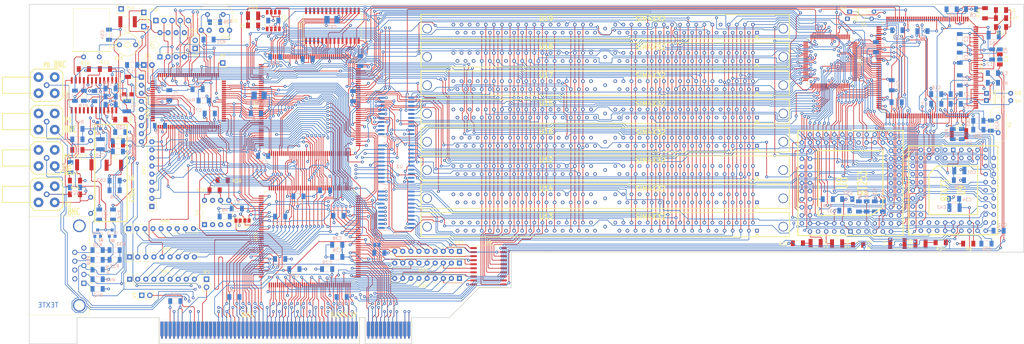
<source format=kicad_pcb>
(kicad_pcb (version 20211014) (generator pcbnew)

  (general
    (thickness 1.6002)
  )

  (paper "A3")
  (title_block
    (title "KiCad demo")
    (date "2015-10-14")
    (rev "1.A")
  )

  (layers
    (0 "F.Cu" signal "top_copper")
    (1 "In1.Cu" signal "GND_layer")
    (2 "In2.Cu" signal "VCC_layer")
    (31 "B.Cu" signal "bottom_copper")
    (32 "B.Adhes" user "B.Adhesive")
    (33 "F.Adhes" user "F.Adhesive")
    (34 "B.Paste" user)
    (35 "F.Paste" user)
    (36 "B.SilkS" user "B.Silkscreen")
    (37 "F.SilkS" user "F.Silkscreen")
    (38 "B.Mask" user)
    (39 "F.Mask" user)
    (40 "Dwgs.User" user "User.Drawings")
    (41 "Cmts.User" user "User.Comments")
    (42 "Eco1.User" user "User.Eco1")
    (43 "Eco2.User" user "User.Eco2")
    (44 "Edge.Cuts" user)
    (45 "Margin" user)
    (46 "B.CrtYd" user "B.Courtyard")
    (47 "F.CrtYd" user "F.Courtyard")
    (48 "B.Fab" user)
    (49 "F.Fab" user)
  )

  (setup
    (stackup
      (layer "F.SilkS" (type "Top Silk Screen") (color "White"))
      (layer "F.Paste" (type "Top Solder Paste"))
      (layer "F.Mask" (type "Top Solder Mask") (color "Green") (thickness 0.01))
      (layer "F.Cu" (type "copper") (thickness 0.035))
      (layer "dielectric 1" (type "core") (thickness 0.480066) (material "FR4") (epsilon_r 4.5) (loss_tangent 0.02))
      (layer "In1.Cu" (type "copper") (thickness 0.035))
      (layer "dielectric 2" (type "prepreg") (thickness 0.480066) (material "FR4") (epsilon_r 4.5) (loss_tangent 0.02))
      (layer "In2.Cu" (type "copper") (thickness 0.035))
      (layer "dielectric 3" (type "core") (thickness 0.480066) (material "FR4") (epsilon_r 4.5) (loss_tangent 0.02))
      (layer "B.Cu" (type "copper") (thickness 0.035))
      (layer "B.Mask" (type "Bottom Solder Mask") (color "Green") (thickness 0.01))
      (layer "B.Paste" (type "Bottom Solder Paste"))
      (layer "B.SilkS" (type "Bottom Silk Screen") (color "White"))
      (copper_finish "HAL lead-free")
      (dielectric_constraints no)
    )
    (pad_to_mask_clearance 0)
    (aux_axis_origin 40.9 173.1)
    (pcbplotparams
      (layerselection 0x00010fc_ffffffff)
      (disableapertmacros false)
      (usegerberextensions false)
      (usegerberattributes true)
      (usegerberadvancedattributes true)
      (creategerberjobfile true)
      (svguseinch false)
      (svgprecision 6)
      (excludeedgelayer false)
      (plotframeref false)
      (viasonmask false)
      (mode 1)
      (useauxorigin false)
      (hpglpennumber 1)
      (hpglpenspeed 20)
      (hpglpendiameter 15.000000)
      (dxfpolygonmode true)
      (dxfimperialunits true)
      (dxfusepcbnewfont true)
      (psnegative false)
      (psa4output false)
      (plotreference true)
      (plotvalue true)
      (plotinvisibletext false)
      (sketchpadsonfab false)
      (subtractmaskfromsilk false)
      (outputformat 1)
      (mirror false)
      (drillshape 0)
      (scaleselection 1)
      (outputdirectory "plots")
    )
  )

  (net 0 "")
  (net 1 "+12V")
  (net 2 "+3.3V")
  (net 3 "+5F")
  (net 4 "/ESVIDEO-RVB/OE_RVB-")
  (net 5 "/ESVIDEO-RVB/REF+")
  (net 6 "/ESVIDEO-RVB/VAA")
  (net 7 "/buspci.sch/EA1")
  (net 8 "/buspci.sch/EA10")
  (net 9 "/buspci.sch/EA11")
  (net 10 "/buspci.sch/EA12")
  (net 11 "/buspci.sch/EA13")
  (net 12 "/buspci.sch/EA14")
  (net 13 "/buspci.sch/EA15")
  (net 14 "/buspci.sch/EA2")
  (net 15 "/buspci.sch/EA3")
  (net 16 "/buspci.sch/EA4")
  (net 17 "/buspci.sch/EA5")
  (net 18 "/buspci.sch/EA6")
  (net 19 "/buspci.sch/EA7")
  (net 20 "/buspci.sch/EA9")
  (net 21 "/buspci.sch/EQ0")
  (net 22 "/buspci.sch/EQ1")
  (net 23 "/buspci.sch/EQ2")
  (net 24 "/buspci.sch/EQ3")
  (net 25 "/buspci.sch/EQ4")
  (net 26 "/buspci.sch/EQ5")
  (net 27 "/buspci.sch/EQ6")
  (net 28 "/buspci.sch/EQ7")
  (net 29 "/buspci.sch/P_AD0")
  (net 30 "/buspci.sch/P_AD1")
  (net 31 "/buspci.sch/P_AD10")
  (net 32 "/buspci.sch/P_AD11")
  (net 33 "/buspci.sch/P_AD12")
  (net 34 "/buspci.sch/P_AD13")
  (net 35 "/buspci.sch/P_AD14")
  (net 36 "/buspci.sch/P_AD15")
  (net 37 "/buspci.sch/P_AD16")
  (net 38 "/buspci.sch/P_AD17")
  (net 39 "/buspci.sch/P_AD18")
  (net 40 "/buspci.sch/P_AD19")
  (net 41 "/buspci.sch/P_AD2")
  (net 42 "/buspci.sch/P_AD20")
  (net 43 "/buspci.sch/P_AD21")
  (net 44 "/buspci.sch/P_AD22")
  (net 45 "/buspci.sch/P_AD23")
  (net 46 "/buspci.sch/P_AD24")
  (net 47 "/buspci.sch/P_AD25")
  (net 48 "/buspci.sch/P_AD26")
  (net 49 "/buspci.sch/P_AD27")
  (net 50 "/buspci.sch/P_AD28")
  (net 51 "/buspci.sch/P_AD29")
  (net 52 "/buspci.sch/P_AD3")
  (net 53 "/buspci.sch/P_AD30")
  (net 54 "/buspci.sch/P_AD31")
  (net 55 "/buspci.sch/P_AD4")
  (net 56 "/buspci.sch/P_AD5")
  (net 57 "/buspci.sch/P_AD6")
  (net 58 "/buspci.sch/P_AD7")
  (net 59 "/buspci.sch/P_AD8")
  (net 60 "/buspci.sch/P_AD9")
  (net 61 "unconnected-(BUS1-PadA1)")
  (net 62 "unconnected-(BUS1-PadA3)")
  (net 63 "unconnected-(BUS1-PadA7)")
  (net 64 "unconnected-(BUS1-PadA9)")
  (net 65 "/buspci.sch/P_CLK")
  (net 66 "/buspci.sch/P_DEVSEL#")
  (net 67 "/buspci.sch/P_FRAME#")
  (net 68 "/buspci.sch/P_GNT#")
  (net 69 "/buspci.sch/P_IDSEL")
  (net 70 "/buspci.sch/P_INTA#")
  (net 71 "/buspci.sch/P_IRDY#")
  (net 72 "/buspci.sch/P_LOCK#")
  (net 73 "/buspci.sch/P_PAR")
  (net 74 "/buspci.sch/P_PERR#")
  (net 75 "/buspci.sch/P_REQ#")
  (net 76 "/buspci.sch/P_RST#")
  (net 77 "/buspci.sch/P_SERR#")
  (net 78 "/buspci.sch/P_STOP#")
  (net 79 "/buspci.sch/P_TRDY#")
  (net 80 "/graphic/14MHZOUT")
  (net 81 "/graphic/CCLK")
  (net 82 "/graphic/CLK10MHz")
  (net 83 "/graphic/CSIO-")
  (net 84 "/graphic/DIN")
  (net 85 "/graphic/DONE")
  (net 86 "/graphic/HDOUT")
  (net 87 "/graphic/HDREFOUT")
  (net 88 "/graphic/IA0")
  (net 89 "/graphic/IA1")
  (net 90 "/graphic/IA2")
  (net 91 "/graphic/IA3")
  (net 92 "/graphic/IA4")
  (net 93 "/graphic/IA5")
  (net 94 "/graphic/IA6")
  (net 95 "/graphic/IA7")
  (net 96 "/graphic/IA8")
  (net 97 "/graphic/IA9")
  (net 98 "/graphic/ICAS-")
  (net 99 "/graphic/ID0")
  (net 100 "/graphic/ID1")
  (net 101 "/graphic/ID2")
  (net 102 "/graphic/ID3")
  (net 103 "/graphic/IOE-")
  (net 104 "/graphic/IRAS-")
  (net 105 "/graphic/IWR-")
  (net 106 "/graphic/LED")
  (net 107 "/graphic/PROG*")
  (net 108 "/graphic/RESERV1")
  (net 109 "/graphic/VOSC")
  (net 110 "/graphic/XTAL_I")
  (net 111 "/graphic/X_DIN")
  (net 112 "/modul/CHROM")
  (net 113 "/modul/CVBS")
  (net 114 "/modul/LUM")
  (net 115 "/pal-ntsc.sch/C-VIDEO")
  (net 116 "/pal-ntsc.sch/VAF")
  (net 117 "/pal-ntsc.sch/Y-VIDEO")
  (net 118 "/pal-ntsc.sch/Y_SYNC")
  (net 119 "GND")
  (net 120 "unconnected-(BUS1-PadA11)")
  (net 121 "unconnected-(BUS1-PadA14)")
  (net 122 "Net-(BUS1-PadA4)")
  (net 123 "unconnected-(BUS1-PadA19)")
  (net 124 "unconnected-(BUS1-PadA40)")
  (net 125 "Net-(BUS1-PadB9)")
  (net 126 "unconnected-(BUS1-PadA41)")
  (net 127 "Net-(BUS1-PadB11)")
  (net 128 "/buspci.sch/P_C{slash}BE0#")
  (net 129 "unconnected-(BUS1-PadA60)")
  (net 130 "unconnected-(BUS1-PadB1)")
  (net 131 "unconnected-(BUS1-PadB2)")
  (net 132 "unconnected-(BUS1-PadB7)")
  (net 133 "unconnected-(BUS1-PadB8)")
  (net 134 "unconnected-(BUS1-PadB10)")
  (net 135 "unconnected-(BUS1-PadB14)")
  (net 136 "/buspci.sch/P_C{slash}BE3#")
  (net 137 "/buspci.sch/P_C{slash}BE2#")
  (net 138 "/buspci.sch/P_C{slash}BE1#")
  (net 139 "unconnected-(BUS1-PadB60)")
  (net 140 "Net-(C1-Pad1)")
  (net 141 "Net-(C1-Pad2)")
  (net 142 "Net-(C3-Pad1)")
  (net 143 "Net-(C4-Pad1)")
  (net 144 "Net-(C5-Pad1)")
  (net 145 "Net-(C5-Pad2)")
  (net 146 "Net-(C6-Pad1)")
  (net 147 "Net-(C7-Pad1)")
  (net 148 "Net-(C8-Pad1)")
  (net 149 "Net-(C8-Pad2)")
  (net 150 "Net-(C16-Pad1)")
  (net 151 "Net-(C32-Pad2)")
  (net 152 "Net-(C34-Pad2)")
  (net 153 "Net-(C35-Pad2)")
  (net 154 "Net-(C36-Pad1)")
  (net 155 "Net-(C36-Pad2)")
  (net 156 "Net-(C39-Pad1)")
  (net 157 "Net-(C39-Pad2)")
  (net 158 "Net-(C40-Pad1)")
  (net 159 "Net-(C40-Pad2)")
  (net 160 "Net-(C41-Pad1)")
  (net 161 "Net-(C41-Pad2)")
  (net 162 "Net-(C43-Pad1)")
  (net 163 "Net-(C44-Pad1)")
  (net 164 "Net-(C45-Pad1)")
  (net 165 "Net-(C46-Pad1)")
  (net 166 "Net-(C48-Pad2)")
  (net 167 "Net-(C49-Pad1)")
  (net 168 "Net-(C54-Pad1)")
  (net 169 "Net-(C58-Pad1)")
  (net 170 "Net-(C59-Pad1)")
  (net 171 "Net-(C60-Pad1)")
  (net 172 "Net-(C61-Pad1)")
  (net 173 "Net-(C61-Pad2)")
  (net 174 "Net-(C65-Pad2)")
  (net 175 "Net-(C66-Pad2)")
  (net 176 "Net-(CV1-Pad1)")
  (net 177 "Net-(D6-Pad1)")
  (net 178 "Net-(L1-Pad1)")
  (net 179 "Net-(L6-Pad1)")
  (net 180 "Net-(L6-Pad2)")
  (net 181 "Net-(P4-Pad1)")
  (net 182 "Net-(P9-Pad1)")
  (net 183 "Net-(P10-Pad1)")
  (net 184 "Net-(P11-Pad1)")
  (net 185 "Net-(POT1-Pad1)")
  (net 186 "Net-(Q1-Pad1)")
  (net 187 "Net-(Q1-Pad2)")
  (net 188 "Net-(Q2-Pad1)")
  (net 189 "Net-(Q2-Pad2)")
  (net 190 "Net-(Q3-Pad1)")
  (net 191 "Net-(Q3-Pad2)")
  (net 192 "Net-(R4-Pad1)")
  (net 193 "Net-(R5-Pad1)")
  (net 194 "Net-(R6-Pad1)")
  (net 195 "Net-(R7-Pad1)")
  (net 196 "Net-(R9-Pad2)")
  (net 197 "Net-(R10-Pad2)")
  (net 198 "Net-(R19-Pad2)")
  (net 199 "Net-(R27-Pad1)")
  (net 200 "Net-(R28-Pad2)")
  (net 201 "Net-(R29-Pad2)")
  (net 202 "Net-(R36-Pad2)")
  (net 203 "Net-(R38-Pad1)")
  (net 204 "Net-(U8-Pad58)")
  (net 205 "Net-(U8-Pad60)")
  (net 206 "Net-(U8-Pad62)")
  (net 207 "Net-(U20-Pad23)")
  (net 208 "+5V")
  (net 209 "/GREEN_IN")
  (net 210 "/RED_IN")
  (net 211 "/RED_OUT")
  (net 212 "/GREEN_OUT")
  (net 213 "/BLUE_OUT")
  (net 214 "/C_OUT")
  (net 215 "/Y_OUT")
  (net 216 "/BLUE_IN")
  (net 217 "/CSYNC-OUT")
  (net 218 "/IRQ_SRL")
  (net 219 "/SELECT-")
  (net 220 "/modul/CVBSOUT")
  (net 221 "/{slash}PCWR")
  (net 222 "/PTATN-")
  (net 223 "/X_IRQ")
  (net 224 "/PTADR-")
  (net 225 "/RDFIFO-")
  (net 226 "/WRFIFDO-")
  (net 227 "/PTRDY-")
  (net 228 "/ACCES_RAM-")
  (net 229 "/WRITE_RAM")
  (net 230 "/CSYNCIN-")
  (net 231 "/RDCAD-")
  (net 232 "/WRCAD-")
  (net 233 "/CLAMP")
  (net 234 "/CLKCAD")
  (net 235 "/BLANK-")
  (net 236 "/CLKCDA")
  (net 237 "/RDCDA-")
  (net 238 "/WRCDA-")
  (net 239 "/OE_PAL-")
  (net 240 "/VD_PAL-")
  (net 241 "/HD_PAL-")
  (net 242 "/BT812_WR-")
  (net 243 "/BT812_RD-")
  (net 244 "/SYSRST-")
  (net 245 "/F_PALIN")
  (net 246 "/PTNUM1")
  (net 247 "/PTNUM0")
  (net 248 "/IRQ-")
  (net 249 "/BPCLK")
  (net 250 "/WRFULL")
  (net 251 "/RDEMPTY")
  (net 252 "/PTWR")
  (net 253 "/PTBURST")
  (net 254 "/RAS5-")
  (net 255 "/CAS0-")
  (net 256 "/CAS1-")
  (net 257 "/CAS2-")
  (net 258 "/CAS3-")
  (net 259 "/WRAM-")
  (net 260 "/RAS7-")
  (net 261 "/RAS6-")
  (net 262 "/RAS3-")
  (net 263 "/RAS4-")
  (net 264 "/RAS2-")
  (net 265 "/RAS1-")
  (net 266 "/RAS0-")
  (net 267 "/X_PROG-")
  (net 268 "/X_DATA")
  (net 269 "/X_CLK")
  (net 270 "/ACQ_ON")
  (net 271 "/X_DONE")
  (net 272 "/{slash}PCRD")
  (net 273 "/DQ29")
  (net 274 "/DQ30")
  (net 275 "/DQ31")
  (net 276 "/DQ26")
  (net 277 "/DQ27")
  (net 278 "/DQ28")
  (net 279 "/DQ25")
  (net 280 "/DQ24")
  (net 281 "/DQ17")
  (net 282 "/DQ16")
  (net 283 "/DQ23")
  (net 284 "/DQ22")
  (net 285 "/DQ21")
  (net 286 "/DQ19")
  (net 287 "/DQ18")
  (net 288 "/DQ20")
  (net 289 "/DQ7")
  (net 290 "/DQ6")
  (net 291 "/DQ5")
  (net 292 "/DQ4")
  (net 293 "/DQ3")
  (net 294 "/DQ2")
  (net 295 "/DQ1")
  (net 296 "/DQ0")
  (net 297 "/DQ8")
  (net 298 "/DQ9")
  (net 299 "/DQ10")
  (net 300 "/DQ11")
  (net 301 "/DQ12")
  (net 302 "/DQ13")
  (net 303 "/DQ14")
  (net 304 "/DQ15")
  (net 305 "/TVRAM0")
  (net 306 "/TVRAM1")
  (net 307 "/TVRAM2")
  (net 308 "/TVRAM3")
  (net 309 "/TVRAM4")
  (net 310 "/TVRAM5")
  (net 311 "/TVRAM6")
  (net 312 "/TVRAM7")
  (net 313 "/TVRAM8")
  (net 314 "/TVRAM9")
  (net 315 "/TVRAM10")
  (net 316 "/TVRAM11")
  (net 317 "/TVRAM12")
  (net 318 "/TVRAM13")
  (net 319 "/TVRAM14")
  (net 320 "/TVRAM15")
  (net 321 "/TVRAM16")
  (net 322 "/TVRAM17")
  (net 323 "/TVRAM18")
  (net 324 "/TVRAM19")
  (net 325 "/TVRAM20")
  (net 326 "/TVRAM21")
  (net 327 "/TVRAM22")
  (net 328 "/TVRAM23")
  (net 329 "/TVRAM24")
  (net 330 "/TVRAM25")
  (net 331 "/TVRAM26")
  (net 332 "/TVRAM27")
  (net 333 "/TVRAM28")
  (net 334 "/TVRAM29")
  (net 335 "/TVRAM30")
  (net 336 "/TVRAM31")
  (net 337 "/PCA0")
  (net 338 "/PCA1")
  (net 339 "/PCA2")
  (net 340 "/TVB7")
  (net 341 "/TVB6")
  (net 342 "/TVB5")
  (net 343 "/TVB4")
  (net 344 "/TVB3")
  (net 345 "/TVB2")
  (net 346 "/TVB1")
  (net 347 "/TVB0")
  (net 348 "/TVG7")
  (net 349 "/TVG6")
  (net 350 "/TVG5")
  (net 351 "/TVG4")
  (net 352 "/TVG3")
  (net 353 "/TVG2")
  (net 354 "/TVG1")
  (net 355 "/TVG0")
  (net 356 "/TVR7")
  (net 357 "/TVR6")
  (net 358 "/TVR5")
  (net 359 "/TVR4")
  (net 360 "/TVR3")
  (net 361 "/TVR2")
  (net 362 "/TVR1")
  (net 363 "/TVR0")
  (net 364 "/TVI0")
  (net 365 "/TVI1")
  (net 366 "/ADR6")
  (net 367 "/ADR2")
  (net 368 "/ADR3")
  (net 369 "/ADR4")
  (net 370 "/ADR5")
  (net 371 "/BE-1")
  (net 372 "/BE-2")
  (net 373 "/BE-3")
  (net 374 "/PTBE-3")
  (net 375 "/PTBE-2")
  (net 376 "/PTBE-1")
  (net 377 "/PTBE-0")
  (net 378 "/BE-0")
  (net 379 "/MXA0")
  (net 380 "/MXA1")
  (net 381 "/MXA2")
  (net 382 "/MXA3")
  (net 383 "/MXA4")
  (net 384 "/MXA5")
  (net 385 "/MXA6")
  (net 386 "/MXA10")
  (net 387 "/MXA7")
  (net 388 "/MXA8")
  (net 389 "/MXA9")
  (net 390 "unconnected-(U7-Pad8)")
  (net 391 "unconnected-(U8-Pad4)")
  (net 392 "unconnected-(U8-Pad5)")
  (net 393 "unconnected-(U8-Pad74)")
  (net 394 "unconnected-(U8-Pad77)")
  (net 395 "unconnected-(U8-Pad81)")
  (net 396 "unconnected-(U9-Pad5)")
  (net 397 "unconnected-(U9-Pad6)")
  (net 398 "unconnected-(U9-Pad27)")
  (net 399 "unconnected-(U9-Pad30)")
  (net 400 "unconnected-(U10-Pad25)")
  (net 401 "unconnected-(U10-Pad26)")
  (net 402 "unconnected-(U10-Pad27)")
  (net 403 "unconnected-(U10-Pad28)")
  (net 404 "unconnected-(U10-Pad29)")
  (net 405 "unconnected-(U10-Pad32)")
  (net 406 "unconnected-(U10-Pad33)")
  (net 407 "unconnected-(U10-Pad35)")
  (net 408 "unconnected-(U10-Pad37)")
  (net 409 "unconnected-(U10-Pad38)")
  (net 410 "unconnected-(U10-Pad101)")
  (net 411 "unconnected-(U10-Pad105)")
  (net 412 "unconnected-(U10-Pad106)")
  (net 413 "unconnected-(U10-Pad107)")
  (net 414 "unconnected-(U10-Pad127)")
  (net 415 "unconnected-(U10-Pad129)")
  (net 416 "unconnected-(U10-Pad131)")
  (net 417 "unconnected-(U10-Pad150)")
  (net 418 "unconnected-(U10-Pad152)")
  (net 419 "unconnected-(U10-Pad154)")
  (net 420 "unconnected-(U12-Pad67)")
  (net 421 "unconnected-(U12-Pad68)")
  (net 422 "unconnected-(U12-Pad69)")
  (net 423 "unconnected-(U12-Pad70)")
  (net 424 "unconnected-(U13-Pad67)")
  (net 425 "unconnected-(U13-Pad68)")
  (net 426 "unconnected-(U13-Pad69)")
  (net 427 "unconnected-(U13-Pad70)")
  (net 428 "unconnected-(U14-Pad67)")
  (net 429 "unconnected-(U14-Pad68)")
  (net 430 "unconnected-(U14-Pad69)")
  (net 431 "unconnected-(U14-Pad70)")
  (net 432 "unconnected-(U15-Pad67)")
  (net 433 "unconnected-(U15-Pad68)")
  (net 434 "unconnected-(U15-Pad69)")
  (net 435 "unconnected-(U15-Pad70)")
  (net 436 "unconnected-(U16-Pad67)")
  (net 437 "unconnected-(U16-Pad68)")
  (net 438 "unconnected-(U16-Pad69)")
  (net 439 "unconnected-(U16-Pad70)")
  (net 440 "unconnected-(U17-Pad67)")
  (net 441 "unconnected-(U17-Pad68)")
  (net 442 "unconnected-(U17-Pad69)")
  (net 443 "unconnected-(U17-Pad70)")
  (net 444 "unconnected-(U18-Pad67)")
  (net 445 "unconnected-(U18-Pad68)")
  (net 446 "unconnected-(U18-Pad69)")
  (net 447 "unconnected-(U18-Pad70)")
  (net 448 "unconnected-(U19-Pad67)")
  (net 449 "unconnected-(U19-Pad68)")
  (net 450 "unconnected-(U19-Pad69)")
  (net 451 "unconnected-(U19-Pad70)")
  (net 452 "unconnected-(U20-Pad1)")
  (net 453 "unconnected-(U20-Pad3)")
  (net 454 "unconnected-(U20-Pad4)")
  (net 455 "unconnected-(U20-Pad5)")
  (net 456 "unconnected-(U21-Pad6)")
  (net 457 "unconnected-(U22-Pad3)")
  (net 458 "unconnected-(U22-Pad4)")
  (net 459 "unconnected-(U22-Pad5)")
  (net 460 "unconnected-(U22-Pad6)")
  (net 461 "unconnected-(U22-Pad10)")
  (net 462 "unconnected-(U22-Pad14)")
  (net 463 "unconnected-(U22-Pad15)")
  (net 464 "unconnected-(U22-Pad16)")
  (net 465 "unconnected-(U22-Pad27)")
  (net 466 "unconnected-(U22-Pad30)")
  (net 467 "unconnected-(U22-Pad65)")
  (net 468 "unconnected-(U22-Pad66)")
  (net 469 "unconnected-(U22-Pad73)")
  (net 470 "unconnected-(U22-Pad76)")
  (net 471 "unconnected-(U23-Pad2)")
  (net 472 "unconnected-(U23-Pad31)")
  (net 473 "unconnected-(U23-Pad33)")
  (net 474 "unconnected-(U23-Pad49)")
  (net 475 "unconnected-(U23-Pad50)")
  (net 476 "unconnected-(U23-Pad58)")
  (net 477 "unconnected-(U23-Pad60)")
  (net 478 "unconnected-(U23-Pad62)")
  (net 479 "unconnected-(U23-Pad68)")
  (net 480 "unconnected-(U23-Pad76)")
  (net 481 "unconnected-(U23-Pad79)")
  (net 482 "unconnected-(U23-Pad98)")
  (net 483 "unconnected-(U23-Pad99)")
  (net 484 "unconnected-(U23-Pad100)")
  (net 485 "unconnected-(U24-Pad84)")
  (net 486 "unconnected-(U24-Pad121)")

  (footprint "Connectors:BUSPCI" (layer "F.Cu") (at 158.115 158.75))

  (footprint "Resistor_SMD:R_1206_3216Metric_Pad1.24x1.80mm_HandSolder" (layer "F.Cu") (at 358.521 58.293))

  (footprint "Resistor_SMD:R_1206_3216Metric_Pad1.24x1.80mm_HandSolder" (layer "F.Cu") (at 358.14 73.787 -90))

  (footprint "Resistor_SMD:R_1210_3225Metric_Pad1.24x2.70mm_HandSolder" (layer "F.Cu") (at 333.248 131.699))

  (footprint "Resistor_SMD:R_1210_3225Metric_Pad1.24x2.70mm_HandSolder" (layer "F.Cu") (at 307.086 131.699))

  (footprint "Resistor_SMD:R_1210_3225Metric_Pad1.24x2.70mm_HandSolder" (layer "F.Cu") (at 300.355 131.572 180))

  (footprint "Resistor_SMD:R_1206_3216Metric_Pad1.24x1.80mm_HandSolder" (layer "F.Cu") (at 358.521 60.833))

  (footprint "Capacitor_THT:C_Disc_D3.0mm_W2.0mm_P2.50mm" (layer "F.Cu") (at 116.459 64.643 180))

  (footprint "Capacitor_THT:C_Disc_D3.0mm_W2.0mm_P2.50mm" (layer "F.Cu") (at 107.569 64.643))

  (footprint "Resistor_SMD:R_1206_3216Metric_Pad1.24x1.80mm_HandSolder" (layer "F.Cu") (at 82.169 92.71))

  (footprint "Resistor_SMD:R_1206_3216Metric_Pad1.24x1.80mm_HandSolder" (layer "F.Cu") (at 81.432003 100.609389))

  (footprint "Resistor_SMD:R_1206_3216Metric_Pad1.24x1.80mm_HandSolder" (layer "F.Cu") (at 68.707 102.235 180))

  (footprint "Resistor_SMD:R_1210_3225Metric_Pad1.24x2.70mm_HandSolder" (layer "F.Cu") (at 123.825 60.092628))

  (footprint "footprints:CV3-30PF" (layer "F.Cu") (at 84.455 69.215 180))

  (footprint "Diode_THT:D_DO-34_SOD68_P7.62mm_Horizontal" (layer "F.Cu") (at 310.300142 61.039361))

  (footprint "Diode_THT:D_DO-34_SOD68_P7.62mm_Horizontal" (layer "F.Cu") (at 311.023 58.801))

  (footprint "Diode_THT:D_DO-34_SOD68_P7.62mm_Horizontal" (layer "F.Cu") (at 353.949 84.455))

  (footprint "Diode_THT:D_DO-34_SOD68_P7.62mm_Horizontal" (layer "F.Cu") (at 353.949 86.719165))

  (footprint "footprints:LED_D3.0mm" (layer "F.Cu") (at 89.535 75.565))

  (footprint "Resistor_SMD:R_1812_4532Metric_Pad1.24x3.50mm_HandSolder" (layer "F.Cu") (at 80.137 107.061))

  (footprint "Resistor_SMD:R_1812_4532Metric_Pad1.24x3.50mm_HandSolder" (layer "F.Cu") (at 84.455 61.976 180))

  (footprint "Resistor_SMD:R_1812_4532Metric_Pad1.24x3.50mm_HandSolder" (layer "F.Cu") (at 70.866 106.934))

  (footprint "Resistor_SMD:R_1812_4532Metric_Pad1.24x3.50mm_HandSolder" (layer "F.Cu") (at 345.313 97.155))

  (footprint "Resistor_SMD:R_1812_4532Metric_Pad1.24x3.50mm_HandSolder" (layer "F.Cu") (at 326.009 131.572 180))

  (footprint "footprints:LRTDK" (layer "F.Cu") (at 72.873768 109.506012 -90))

  (footprint "footprints:subclick" (layer "F.Cu") (at 59.055 104.775 180))

  (footprint "footprints:subclick" (layer "F.Cu") (at 59.055 116.205 180))

  (footprint "footprints:subclick" (layer "F.Cu") (at 59.055 93.345 180))

  (footprint "Connector_PinHeader_2.54mm:PinHeader_1x02_P2.54mm_Vertical" (layer "F.Cu") (at 105.664 70.358 180))

  (footprint "Connector_PinHeader_2.54mm:PinHeader_1x05_P2.54mm_Vertical" (layer "F.Cu") (at 93.345 61.595 90))

  (footprint "footprints:subclick" (layer "F.Cu") (at 59.055 81.915 180))

  (footprint "Connector_PinHeader_2.54mm:PinHeader_1x01_P2.54mm_Vertical" (layer "F.Cu") (at 114.3 74.93))

  (footprint "Connector_PinHeader_2.54mm:PinHeader_1x01_P2.54mm_Vertical" (layer "F.Cu") (at 89.535 59.055))

  (footprint "Connector_PinHeader_2.54mm:PinHeader_1x01_P2.54mm_Vertical" (layer "F.Cu") (at 89.535 63.5))

  (footprint "Connector_PinHeader_2.54mm:PinHeader_1x01_P2.54mm_Vertical" (layer "F.Cu") (at 82.423 57.912))

  (footprint "Potentiometer_SMD:Potentiometer_Bourns_3314G_Vertical" (layer "F.Cu") (at 84.539957 82.042 180))

  (footprint "Resistor_SMD:R_1206_3216Metric_Pad1.24x1.80mm_HandSolder" (layer "F.Cu") (at 123.825 63.119))

  (footprint "Resistor_SMD:R_1206_3216Metric_Pad1.24x1.80mm_HandSolder" (layer "F.Cu") (at 67.945 111.887))

  (footprint "Resistor_SMD:R_1206_3216Metric_Pad1.24x1.80mm_HandSolder" (layer "F.Cu") (at 348.234 131.699 180))

  (footprint "Resistor_SMD:R_1206_3216Metric_Pad1.24x1.80mm_HandSolder" (layer "F.Cu") (at 70.739 76.835 180))

  (footprint "Resistor_SMD:R_1206_3216Metric_Pad1.24x1.80mm_HandSolder" (layer "F.Cu")
    (tedit 59FE48B8) (tstamp 00000000-0000-0000-0000-00005402cf8c)
    (at 77.343 76.835)
    (descr "Resistor SMD 1206 (3216 Metric), square (rectangular) end terminal, IPC_7351 nominal with elongated pad for handsoldering. (Body size source: http://www.tortai-tech.com/upload/download/2011102023233369053.pdf), generated with kicad-footprint-generator")
    (tags "resistor handsolder")
    (property "Sheetfile" "modul.kicad_sch")
    (property "Sheetname" "modul")
    (path "/00000000-0000-0000-0000-00004bf0367f/00000000-0000-0000-0000-000022760fbc")
    (attr smd)
    (fp_text reference "R11" (at 0 -2.05) (layer "F.SilkS")
      (effects (font (size 1 1) (thickness 0.15)))
      (tstamp 9e33a36a-23a4-48af-b4de-45924ae32311)
    )
    (fp_text value "1K" (at 0 2.05) (layer "F.Fab")
      (effects (font (size 1 1) (thickness 0.15)))
      (tstamp 23ab34e6-739d-4b59-88a8-8cdf46e61c84)
    )
    (fp_text user "${REFERENCE}" (at 0 0) (layer "F.Fab")
      (effects (font (size 0.8 0.8) (thickness 0.12)))
      (tstamp 667f191b-b248-440a-affc-fbc09fbdc628)
    )
    (fp_line (start -0.65 -0.91) (end 0.65 -0.91) (layer "F.SilkS") (width 0.12) (tstamp
... [7205434 chars truncated]
</source>
